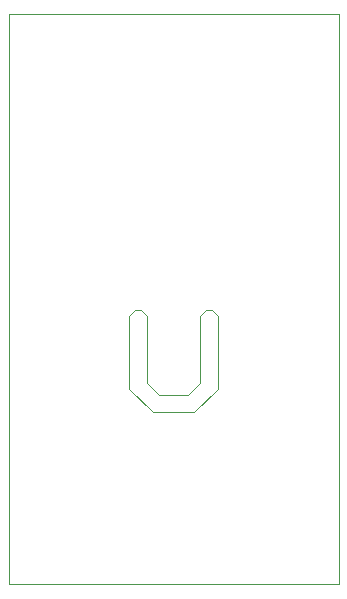
<source format=gbr>
G04 #@! TF.GenerationSoftware,KiCad,Pcbnew,5.1.5-52549c5~86~ubuntu18.04.1*
G04 #@! TF.CreationDate,2020-09-29T20:16:12-05:00*
G04 #@! TF.ProjectId,D04,4430342e-6b69-4636-9164-5f7063625858,rev?*
G04 #@! TF.SameCoordinates,Original*
G04 #@! TF.FileFunction,Profile,NP*
%FSLAX46Y46*%
G04 Gerber Fmt 4.6, Leading zero omitted, Abs format (unit mm)*
G04 Created by KiCad (PCBNEW 5.1.5-52549c5~86~ubuntu18.04.1) date 2020-09-29 20:16:12*
%MOMM*%
%LPD*%
G04 APERTURE LIST*
%ADD10C,0.050000*%
G04 APERTURE END LIST*
D10*
X37220000Y-45000000D02*
X37720000Y-45500000D01*
X36720000Y-45000000D02*
X36220000Y-45500000D01*
X31220000Y-45000000D02*
X31720000Y-45500000D01*
X30220000Y-45500000D02*
X30720000Y-45000000D01*
X35720000Y-53700000D02*
X37720000Y-51700000D01*
X32220000Y-53700000D02*
X30220000Y-51700000D01*
X32720000Y-52200000D02*
X31720000Y-51200000D01*
X35220000Y-52200000D02*
X36220000Y-51200000D01*
X36720000Y-45000000D02*
X37220000Y-45000000D01*
X30720000Y-45000000D02*
X31220000Y-45000000D01*
X37720000Y-51700000D02*
X37720000Y-45500000D01*
X36220000Y-51200000D02*
X36220000Y-45500000D01*
X30220000Y-51700000D02*
X30220000Y-45500000D01*
X31720000Y-51200000D02*
X31720000Y-45500000D01*
X35720000Y-53700000D02*
X32220000Y-53700000D01*
X32720000Y-52200000D02*
X35220000Y-52200000D01*
X47940000Y-20000000D02*
X47940000Y-68260000D01*
X20000000Y-68260000D02*
X47940000Y-68260000D01*
X20000000Y-20000000D02*
X47940000Y-20000000D01*
X20000000Y-20000000D02*
X20000000Y-68260000D01*
M02*

</source>
